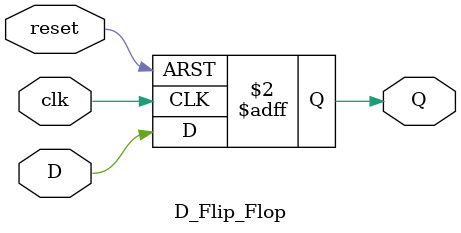
<source format=v>
`timescale 1ns / 1ps

module D_Flip_Flop(clk, D, Q, reset);
    input clk, D, reset;
    output reg Q;

    always@(posedge clk or posedge reset) begin
        if(reset) begin
            Q <= 0;
        end else begin
            Q <= D;
        end
    end
endmodule
</source>
